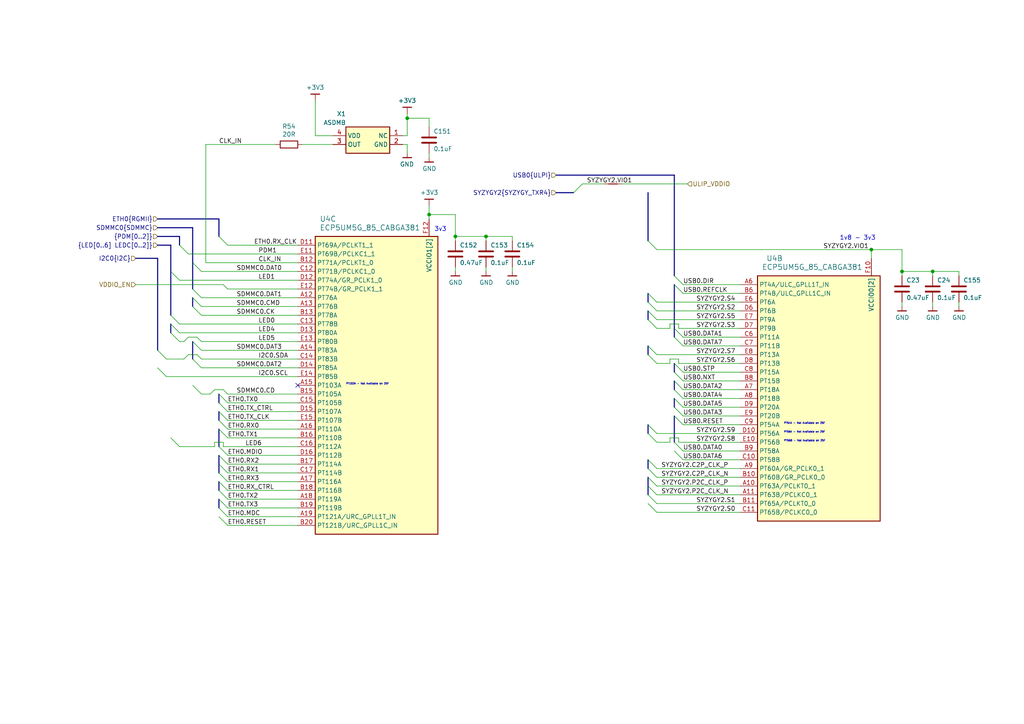
<source format=kicad_sch>
(kicad_sch (version 20200618) (host eeschema "5.99.0-unknown-73168a9~101~ubuntu18.04.1")
  (page 6 18)
  (paper "A4")
  (title_block (title "ButterStick") (date "2020-07-17") (rev "r1.0") (company "GsD") (comment 1 "Functional prototyping board for the Lattice ECP5."))
  (junction (at 118.11 34.29))
  (junction (at 124.46 62.23))
  (junction (at 132.08 68.58))
  (junction (at 140.97 68.58))
  (junction (at 252.73 72.39))
  (junction (at 261.62 78.74))
  (junction (at 270.51 78.74))
  (no_connect (at 86.36 111.76))
  (bus_entry (at 45.72 101.6) (size 2.54 2.54) (stroke (width 0.1524)))
  (bus_entry (at 45.72 106.68) (size 2.54 2.54) (stroke (width 0.1524)))
  (bus_entry (at 49.53 78.74) (size 2.54 2.54) (stroke (width 0.1524)))
  (bus_entry (at 49.53 91.44) (size 2.54 2.54) (stroke (width 0.1524)))
  (bus_entry (at 49.53 93.98) (size 2.54 2.54) (stroke (width 0.1524)))
  (bus_entry (at 49.53 96.52) (size 2.54 2.54) (stroke (width 0.1524)))
  (bus_entry (at 49.53 127) (size 2.54 2.54) (stroke (width 0.1524)))
  (bus_entry (at 52.07 71.12) (size 2.54 2.54) (stroke (width 0.1524)))
  (bus_entry (at 55.88 83.82) (size 2.54 2.54) (stroke (width 0.1524)))
  (bus_entry (at 58.42 78.74) (size -2.54 -2.54) (stroke (width 0.1524)))
  (bus_entry (at 58.42 88.9) (size -2.54 -2.54) (stroke (width 0.1524)))
  (bus_entry (at 58.42 91.44) (size -2.54 -2.54) (stroke (width 0.1524)))
  (bus_entry (at 58.42 101.6) (size -2.54 -2.54) (stroke (width 0.1524)))
  (bus_entry (at 58.42 106.68) (size -2.54 -2.54) (stroke (width 0.1524)))
  (bus_entry (at 58.42 114.3) (size -2.54 -2.54) (stroke (width 0.1524)))
  (bus_entry (at 66.04 71.12) (size -2.54 -2.54) (stroke (width 0.1524)))
  (bus_entry (at 66.04 116.84) (size -2.54 -2.54) (stroke (width 0.1524)))
  (bus_entry (at 66.04 119.38) (size -2.54 -2.54) (stroke (width 0.1524)))
  (bus_entry (at 66.04 121.92) (size -2.54 -2.54) (stroke (width 0.1524)))
  (bus_entry (at 66.04 124.46) (size -2.54 -2.54) (stroke (width 0.1524)))
  (bus_entry (at 66.04 127) (size -2.54 -2.54) (stroke (width 0.1524)))
  (bus_entry (at 66.04 132.08) (size -2.54 -2.54) (stroke (width 0.1524)))
  (bus_entry (at 66.04 134.62) (size -2.54 -2.54) (stroke (width 0.1524)))
  (bus_entry (at 66.04 137.16) (size -2.54 -2.54) (stroke (width 0.1524)))
  (bus_entry (at 66.04 139.7) (size -2.54 -2.54) (stroke (width 0.1524)))
  (bus_entry (at 66.04 142.24) (size -2.54 -2.54) (stroke (width 0.1524)))
  (bus_entry (at 66.04 144.78) (size -2.54 -2.54) (stroke (width 0.1524)))
  (bus_entry (at 66.04 147.32) (size -2.54 -2.54) (stroke (width 0.1524)))
  (bus_entry (at 66.04 149.86) (size -2.54 -2.54) (stroke (width 0.1524)))
  (bus_entry (at 66.04 152.4) (size -2.54 -2.54) (stroke (width 0.1524)))
  (bus_entry (at 168.91 53.34) (size -2.54 2.54) (stroke (width 0.1524)))
  (bus_entry (at 187.96 69.85) (size 2.54 2.54) (stroke (width 0.1524)))
  (bus_entry (at 187.96 85.09) (size 2.54 2.54) (stroke (width 0.1524)))
  (bus_entry (at 187.96 87.63) (size 2.54 2.54) (stroke (width 0.1524)))
  (bus_entry (at 187.96 90.17) (size 2.54 2.54) (stroke (width 0.1524)))
  (bus_entry (at 187.96 92.71) (size 2.54 2.54) (stroke (width 0.1524)))
  (bus_entry (at 187.96 100.33) (size 2.54 2.54) (stroke (width 0.1524)))
  (bus_entry (at 187.96 102.87) (size 2.54 2.54) (stroke (width 0.1524)))
  (bus_entry (at 187.96 123.19) (size 2.54 2.54) (stroke (width 0.1524)))
  (bus_entry (at 187.96 125.73) (size 2.54 2.54) (stroke (width 0.1524)))
  (bus_entry (at 187.96 133.35) (size 2.54 2.54) (stroke (width 0.1524)))
  (bus_entry (at 187.96 135.89) (size 2.54 2.54) (stroke (width 0.1524)))
  (bus_entry (at 187.96 138.43) (size 2.54 2.54) (stroke (width 0.1524)))
  (bus_entry (at 187.96 140.97) (size 2.54 2.54) (stroke (width 0.1524)))
  (bus_entry (at 187.96 143.51) (size 2.54 2.54) (stroke (width 0.1524)))
  (bus_entry (at 187.96 146.05) (size 2.54 2.54) (stroke (width 0.1524)))
  (bus_entry (at 195.58 80.01) (size 2.54 2.54) (stroke (width 0.1524)))
  (bus_entry (at 195.58 82.55) (size 2.54 2.54) (stroke (width 0.1524)))
  (bus_entry (at 195.58 95.25) (size 2.54 2.54) (stroke (width 0.1524)))
  (bus_entry (at 195.58 97.79) (size 2.54 2.54) (stroke (width 0.1524)))
  (bus_entry (at 195.58 105.41) (size 2.54 2.54) (stroke (width 0.1524)))
  (bus_entry (at 195.58 107.95) (size 2.54 2.54) (stroke (width 0.1524)))
  (bus_entry (at 195.58 110.49) (size 2.54 2.54) (stroke (width 0.1524)))
  (bus_entry (at 195.58 113.03) (size 2.54 2.54) (stroke (width 0.1524)))
  (bus_entry (at 195.58 115.57) (size 2.54 2.54) (stroke (width 0.1524)))
  (bus_entry (at 195.58 118.11) (size 2.54 2.54) (stroke (width 0.1524)))
  (bus_entry (at 195.58 120.65) (size 2.54 2.54) (stroke (width 0.1524)))
  (bus_entry (at 195.58 128.27) (size 2.54 2.54) (stroke (width 0.1524)))
  (bus_entry (at 195.58 130.81) (size 2.54 2.54) (stroke (width 0.1524)))
  (wire (pts (xy 39.37 82.55) (xy 64.77 82.55)))
  (wire (pts (xy 48.26 104.14) (xy 53.34 104.14)))
  (wire (pts (xy 48.26 109.22) (xy 86.36 109.22)))
  (wire (pts (xy 52.07 81.28) (xy 86.36 81.28)))
  (wire (pts (xy 52.07 93.98) (xy 86.36 93.98)))
  (wire (pts (xy 52.07 96.52) (xy 86.36 96.52)))
  (wire (pts (xy 52.07 99.06) (xy 53.34 99.06)))
  (wire (pts (xy 52.07 129.54) (xy 62.23 129.54)))
  (wire (pts (xy 54.61 73.66) (xy 86.36 73.66)))
  (wire (pts (xy 54.61 97.79) (xy 53.34 99.06)))
  (wire (pts (xy 54.61 102.87) (xy 53.34 104.14)))
  (wire (pts (xy 57.15 97.79) (xy 54.61 97.79)))
  (wire (pts (xy 57.15 102.87) (xy 54.61 102.87)))
  (wire (pts (xy 58.42 78.74) (xy 86.36 78.74)))
  (wire (pts (xy 58.42 86.36) (xy 86.36 86.36)))
  (wire (pts (xy 58.42 88.9) (xy 86.36 88.9)))
  (wire (pts (xy 58.42 91.44) (xy 86.36 91.44)))
  (wire (pts (xy 58.42 99.06) (xy 57.15 97.79)))
  (wire (pts (xy 58.42 99.06) (xy 86.36 99.06)))
  (wire (pts (xy 58.42 101.6) (xy 86.36 101.6)))
  (wire (pts (xy 58.42 104.14) (xy 57.15 102.87)))
  (wire (pts (xy 58.42 104.14) (xy 86.36 104.14)))
  (wire (pts (xy 58.42 106.68) (xy 86.36 106.68)))
  (wire (pts (xy 58.42 114.3) (xy 60.96 114.3)))
  (wire (pts (xy 59.69 41.91) (xy 59.69 76.2)))
  (wire (pts (xy 59.69 41.91) (xy 80.01 41.91)))
  (wire (pts (xy 59.69 76.2) (xy 86.36 76.2)))
  (wire (pts (xy 62.23 113.03) (xy 60.96 114.3)))
  (wire (pts (xy 62.23 113.03) (xy 64.77 113.03)))
  (wire (pts (xy 62.23 128.27) (xy 62.23 129.54)))
  (wire (pts (xy 64.77 113.03) (xy 66.04 114.3)))
  (wire (pts (xy 64.77 128.27) (xy 62.23 128.27)))
  (wire (pts (xy 64.77 129.54) (xy 64.77 128.27)))
  (wire (pts (xy 64.77 129.54) (xy 86.36 129.54)))
  (wire (pts (xy 66.04 71.12) (xy 86.36 71.12)))
  (wire (pts (xy 66.04 83.82) (xy 64.77 82.55)))
  (wire (pts (xy 66.04 83.82) (xy 86.36 83.82)))
  (wire (pts (xy 66.04 114.3) (xy 86.36 114.3)))
  (wire (pts (xy 66.04 116.84) (xy 86.36 116.84)))
  (wire (pts (xy 66.04 119.38) (xy 86.36 119.38)))
  (wire (pts (xy 66.04 121.92) (xy 86.36 121.92)))
  (wire (pts (xy 66.04 124.46) (xy 86.36 124.46)))
  (wire (pts (xy 66.04 127) (xy 86.36 127)))
  (wire (pts (xy 66.04 132.08) (xy 86.36 132.08)))
  (wire (pts (xy 66.04 134.62) (xy 86.36 134.62)))
  (wire (pts (xy 66.04 137.16) (xy 86.36 137.16)))
  (wire (pts (xy 66.04 139.7) (xy 86.36 139.7)))
  (wire (pts (xy 66.04 142.24) (xy 86.36 142.24)))
  (wire (pts (xy 66.04 144.78) (xy 86.36 144.78)))
  (wire (pts (xy 66.04 147.32) (xy 86.36 147.32)))
  (wire (pts (xy 66.04 149.86) (xy 86.36 149.86)))
  (wire (pts (xy 66.04 152.4) (xy 86.36 152.4)))
  (wire (pts (xy 91.44 39.37) (xy 91.44 29.21)))
  (wire (pts (xy 91.44 39.37) (xy 96.52 39.37)))
  (wire (pts (xy 96.52 41.91) (xy 87.63 41.91)))
  (wire (pts (xy 116.84 39.37) (xy 118.11 39.37)))
  (wire (pts (xy 118.11 34.29) (xy 118.11 33.02)))
  (wire (pts (xy 118.11 34.29) (xy 124.46 34.29)))
  (wire (pts (xy 118.11 39.37) (xy 118.11 34.29)))
  (wire (pts (xy 118.11 41.91) (xy 116.84 41.91)))
  (wire (pts (xy 118.11 44.45) (xy 118.11 41.91)))
  (wire (pts (xy 124.46 34.29) (xy 124.46 36.83)))
  (wire (pts (xy 124.46 45.72) (xy 124.46 44.45)))
  (wire (pts (xy 124.46 59.69) (xy 124.46 62.23)))
  (wire (pts (xy 124.46 62.23) (xy 124.46 63.5)))
  (wire (pts (xy 124.46 62.23) (xy 132.08 62.23)))
  (wire (pts (xy 132.08 62.23) (xy 132.08 68.58)))
  (wire (pts (xy 132.08 68.58) (xy 132.08 69.85)))
  (wire (pts (xy 132.08 68.58) (xy 140.97 68.58)))
  (wire (pts (xy 132.08 77.47) (xy 132.08 78.74)))
  (wire (pts (xy 140.97 68.58) (xy 148.59 68.58)))
  (wire (pts (xy 140.97 69.85) (xy 140.97 68.58)))
  (wire (pts (xy 140.97 78.74) (xy 140.97 77.47)))
  (wire (pts (xy 148.59 69.85) (xy 148.59 68.58)))
  (wire (pts (xy 148.59 78.74) (xy 148.59 77.47)))
  (wire (pts (xy 168.91 53.34) (xy 175.26 53.34)))
  (wire (pts (xy 180.34 53.34) (xy 199.39 53.34)))
  (wire (pts (xy 190.5 72.39) (xy 252.73 72.39)))
  (wire (pts (xy 190.5 87.63) (xy 214.63 87.63)))
  (wire (pts (xy 190.5 90.17) (xy 214.63 90.17)))
  (wire (pts (xy 190.5 92.71) (xy 214.63 92.71)))
  (wire (pts (xy 190.5 95.25) (xy 194.31 95.25)))
  (wire (pts (xy 190.5 102.87) (xy 214.63 102.87)))
  (wire (pts (xy 190.5 105.41) (xy 194.31 105.41)))
  (wire (pts (xy 190.5 125.73) (xy 214.63 125.73)))
  (wire (pts (xy 190.5 128.27) (xy 194.31 128.27)))
  (wire (pts (xy 190.5 135.89) (xy 214.63 135.89)))
  (wire (pts (xy 190.5 138.43) (xy 214.63 138.43)))
  (wire (pts (xy 190.5 140.97) (xy 214.63 140.97)))
  (wire (pts (xy 190.5 143.51) (xy 214.63 143.51)))
  (wire (pts (xy 190.5 146.05) (xy 214.63 146.05)))
  (wire (pts (xy 190.5 148.59) (xy 214.63 148.59)))
  (wire (pts (xy 194.31 93.98) (xy 194.31 95.25)))
  (wire (pts (xy 194.31 104.14) (xy 194.31 105.41)))
  (wire (pts (xy 194.31 127) (xy 194.31 128.27)))
  (wire (pts (xy 196.85 93.98) (xy 194.31 93.98)))
  (wire (pts (xy 196.85 95.25) (xy 196.85 93.98)))
  (wire (pts (xy 196.85 95.25) (xy 214.63 95.25)))
  (wire (pts (xy 196.85 104.14) (xy 194.31 104.14)))
  (wire (pts (xy 196.85 105.41) (xy 196.85 104.14)))
  (wire (pts (xy 196.85 105.41) (xy 214.63 105.41)))
  (wire (pts (xy 196.85 127) (xy 194.31 127)))
  (wire (pts (xy 196.85 128.27) (xy 196.85 127)))
  (wire (pts (xy 196.85 128.27) (xy 214.63 128.27)))
  (wire (pts (xy 198.12 82.55) (xy 214.63 82.55)))
  (wire (pts (xy 198.12 85.09) (xy 214.63 85.09)))
  (wire (pts (xy 198.12 97.79) (xy 214.63 97.79)))
  (wire (pts (xy 198.12 100.33) (xy 214.63 100.33)))
  (wire (pts (xy 198.12 107.95) (xy 214.63 107.95)))
  (wire (pts (xy 198.12 110.49) (xy 214.63 110.49)))
  (wire (pts (xy 198.12 113.03) (xy 214.63 113.03)))
  (wire (pts (xy 198.12 115.57) (xy 214.63 115.57)))
  (wire (pts (xy 198.12 118.11) (xy 214.63 118.11)))
  (wire (pts (xy 198.12 120.65) (xy 214.63 120.65)))
  (wire (pts (xy 198.12 123.19) (xy 214.63 123.19)))
  (wire (pts (xy 198.12 130.81) (xy 214.63 130.81)))
  (wire (pts (xy 198.12 133.35) (xy 214.63 133.35)))
  (wire (pts (xy 252.73 72.39) (xy 252.73 74.93)))
  (wire (pts (xy 252.73 72.39) (xy 261.62 72.39)))
  (wire (pts (xy 261.62 72.39) (xy 261.62 78.74)))
  (wire (pts (xy 261.62 78.74) (xy 261.62 80.01)))
  (wire (pts (xy 261.62 78.74) (xy 270.51 78.74)))
  (wire (pts (xy 261.62 87.63) (xy 261.62 88.9)))
  (wire (pts (xy 270.51 78.74) (xy 278.13 78.74)))
  (wire (pts (xy 270.51 80.01) (xy 270.51 78.74)))
  (wire (pts (xy 270.51 88.9) (xy 270.51 87.63)))
  (wire (pts (xy 278.13 80.01) (xy 278.13 78.74)))
  (wire (pts (xy 278.13 88.9) (xy 278.13 87.63)))
  (bus (pts (xy 39.37 74.93) (xy 45.72 74.93)))
  (bus (pts (xy 45.72 66.04) (xy 55.88 66.04)))
  (bus (pts (xy 45.72 68.58) (xy 52.07 68.58)))
  (bus (pts (xy 45.72 71.12) (xy 49.53 71.12)))
  (bus (pts (xy 45.72 74.93) (xy 45.72 106.68)))
  (bus (pts (xy 49.53 71.12) (xy 49.53 78.74)))
  (bus (pts (xy 49.53 78.74) (xy 49.53 93.98)))
  (bus (pts (xy 49.53 93.98) (xy 49.53 127)))
  (bus (pts (xy 52.07 68.58) (xy 52.07 71.12)))
  (bus (pts (xy 55.88 66.04) (xy 55.88 76.2)))
  (bus (pts (xy 55.88 76.2) (xy 55.88 86.36)))
  (bus (pts (xy 55.88 86.36) (xy 55.88 99.06)))
  (bus (pts (xy 55.88 99.06) (xy 55.88 111.76)))
  (bus (pts (xy 63.5 63.5) (xy 45.72 63.5)))
  (bus (pts (xy 63.5 63.5) (xy 63.5 114.3)))
  (bus (pts (xy 63.5 114.3) (xy 63.5 119.38)))
  (bus (pts (xy 63.5 119.38) (xy 63.5 124.46)))
  (bus (pts (xy 63.5 124.46) (xy 63.5 132.08)))
  (bus (pts (xy 63.5 132.08) (xy 63.5 134.62)))
  (bus (pts (xy 63.5 134.62) (xy 63.5 139.7)))
  (bus (pts (xy 63.5 139.7) (xy 63.5 144.78)))
  (bus (pts (xy 63.5 144.78) (xy 63.5 149.86)))
  (bus (pts (xy 161.29 50.8) (xy 195.58 50.8)))
  (bus (pts (xy 161.29 55.88) (xy 187.96 55.88)))
  (bus (pts (xy 187.96 55.88) (xy 187.96 85.09)))
  (bus (pts (xy 187.96 85.09) (xy 187.96 90.17)))
  (bus (pts (xy 187.96 90.17) (xy 187.96 100.33)))
  (bus (pts (xy 187.96 100.33) (xy 187.96 123.19)))
  (bus (pts (xy 187.96 123.19) (xy 187.96 133.35)))
  (bus (pts (xy 187.96 133.35) (xy 187.96 138.43)))
  (bus (pts (xy 187.96 138.43) (xy 187.96 140.97)))
  (bus (pts (xy 187.96 140.97) (xy 187.96 146.05)))
  (bus (pts (xy 195.58 50.8) (xy 195.58 82.55)))
  (bus (pts (xy 195.58 82.55) (xy 195.58 95.25)))
  (bus (pts (xy 195.58 95.25) (xy 195.58 105.41)))
  (bus (pts (xy 195.58 105.41) (xy 195.58 110.49)))
  (bus (pts (xy 195.58 110.49) (xy 195.58 115.57)))
  (bus (pts (xy 195.58 115.57) (xy 195.58 120.65)))
  (bus (pts (xy 195.58 120.65) (xy 195.58 130.81)))
  (text "PT103A - Not Available on 25F" (at 100.33 111.76 0) (effects (font (size 0.508 0.508)) (justify left bottom)))
  (text "3v3" (at 129.54 67.31 180) (effects (font (size 1.27 1.27)) (justify right bottom)))
  (text "PT54A - Not Available on 25F" (at 227.33 123.19 0) (effects (font (size 0.508 0.508)) (justify left bottom)))
  (text "PT56A - Not Available on 25F" (at 227.33 125.73 0) (effects (font (size 0.508 0.508)) (justify left bottom)))
  (text "PT56B - Not Available on 25F" (at 227.33 128.27 0) (effects (font (size 0.508 0.508)) (justify left bottom)))
  (text "1v8 - 3v3" (at 254 69.85 180) (effects (font (size 1.27 1.27)) (justify right bottom)))
  (label "CLK_IN" (at 63.5 41.91 0))
  (label "ETH0.TX0" (at 66.04 116.84 0))
  (label "ETH0.TX_CTRL" (at 66.04 119.38 0))
  (label "ETH0.TX_CLK" (at 66.04 121.92 0))
  (label "ETH0.RX0" (at 66.04 124.46 0))
  (label "ETH0.TX1" (at 66.04 127 0))
  (label "ETH0.MDIO" (at 66.04 132.08 0))
  (label "ETH0.RX2" (at 66.04 134.62 0))
  (label "ETH0.RX1" (at 66.04 137.16 0))
  (label "ETH0.RX3" (at 66.04 139.7 0))
  (label "ETH0.RX_CTRL" (at 66.04 142.24 0))
  (label "ETH0.TX2" (at 66.04 144.78 0))
  (label "ETH0.TX3" (at 66.04 147.32 0))
  (label "ETH0.MDC" (at 66.04 149.86 0))
  (label "ETH0.RESET" (at 66.04 152.4 0))
  (label "SDMMC0.DAT0" (at 68.58 78.74 0))
  (label "SDMMC0.DAT1" (at 68.58 86.36 0))
  (label "SDMMC0.CMD" (at 68.58 88.9 0))
  (label "SDMMC0.CK" (at 68.58 91.44 0))
  (label "SDMMC0.DAT3" (at 68.58 101.6 0))
  (label "SDMMC0.DAT2" (at 68.58 106.68 0))
  (label "SDMMC0.CD" (at 68.58 114.3 0))
  (label "LED6" (at 71.12 129.54 0))
  (label "ETH0.RX_CLK" (at 73.66 71.12 0))
  (label "PDM1" (at 74.93 73.66 0))
  (label "CLK_IN" (at 74.93 76.2 0))
  (label "LED1" (at 74.93 81.28 0))
  (label "LED0" (at 74.93 93.98 0))
  (label "LED4" (at 74.93 96.52 0))
  (label "LED5" (at 74.93 99.06 0))
  (label "I2C0.SDA" (at 74.93 104.14 0))
  (label "I2C0.SCL" (at 74.93 109.22 0))
  (label "SYZYGY2.VIO1" (at 170.18 53.34 0))
  (label "SYZYGY2.C2P_CLK_P" (at 191.77 135.89 0))
  (label "SYZYGY2.C2P_CLK_N" (at 191.77 138.43 0))
  (label "SYZYGY2.P2C_CLK_P" (at 191.77 140.97 0))
  (label "SYZYGY2.P2C_CLK_N" (at 191.77 143.51 0))
  (label "USB0.DIR" (at 198.12 82.55 0))
  (label "USB0.REFCLK" (at 198.12 85.09 0))
  (label "USB0.DATA1" (at 198.12 97.79 0))
  (label "USB0.DATA7" (at 198.12 100.33 0))
  (label "USB0.STP" (at 198.12 107.95 0))
  (label "USB0.NXT" (at 198.12 110.49 0))
  (label "USB0.DATA2" (at 198.12 113.03 0))
  (label "USB0.DATA4" (at 198.12 115.57 0))
  (label "USB0.DATA5" (at 198.12 118.11 0))
  (label "USB0.DATA3" (at 198.12 120.65 0))
  (label "USB0.RESET" (at 198.12 123.19 0))
  (label "USB0.DATA0" (at 198.12 130.81 0))
  (label "USB0.DATA6" (at 198.12 133.35 0))
  (label "SYZYGY2.S4" (at 201.93 87.63 0))
  (label "SYZYGY2.S2" (at 201.93 90.17 0))
  (label "SYZYGY2.S5" (at 201.93 92.71 0))
  (label "SYZYGY2.S3" (at 201.93 95.25 0))
  (label "SYZYGY2.S7" (at 201.93 102.87 0))
  (label "SYZYGY2.S6" (at 201.93 105.41 0))
  (label "SYZYGY2.S9" (at 201.93 125.73 0))
  (label "SYZYGY2.S8" (at 201.93 128.27 0))
  (label "SYZYGY2.S1" (at 201.93 146.05 0))
  (label "SYZYGY2.S0" (at 201.93 148.59 0))
  (label "SYZYGY2.VIO1" (at 238.76 72.39 0))
  (hierarchical_label "I2C0{I2C}" (shape input) (at 39.37 74.93 180))
  (hierarchical_label "VDDIO_EN" (shape input) (at 39.37 82.55 180))
  (hierarchical_label "ETH0{RGMII}" (shape input) (at 45.72 63.5 180))
  (hierarchical_label "SDMMC0{SDMMC}" (shape input) (at 45.72 66.04 180))
  (hierarchical_label "{PDM[0..2]}" (shape input) (at 45.72 68.58 180))
  (hierarchical_label "{LED[0..6] LEDC[0..2]}" (shape input) (at 45.72 71.12 180))
  (hierarchical_label "USB0{ULPI}" (shape input) (at 161.29 50.8 180))
  (hierarchical_label "SYZYGY2{SYZYGY_TXR4}" (shape input) (at 161.29 55.88 180))
  (hierarchical_label "ULIP_VDDIO" (shape input) (at 199.39 53.34 0))
  (symbol (lib_id "Device:Net-Tie_2") (at 177.8 53.34 0) (unit 1) (in_bom no)
    (property "Reference" "NT1" (effects hide))
    (property "Value" "Net-Tie_2" (effects hide))
    (property "Footprint" "NetTie:NetTie-2_SMD_Pad0.5mm" (effects hide))
    (property "PN" "DNP" (effects hide))
  )
  (symbol (lib_id "gkl_power:GND") (at 118.11 44.45 0) (mirror y) (unit 1)
    (property "Reference" "#PWR088" (effects hide))
    (property "Value" "GND" (at 118.0338 47.6504 0))
  )
  (symbol (lib_id "gkl_power:GND") (at 124.46 45.72 0) (unit 1)
    (property "Reference" "#PWR0244" (effects hide))
    (property "Value" "GND" (at 124.5362 48.9204 0))
  )
  (symbol (lib_id "gkl_power:GND") (at 132.08 78.74 0) (unit 1)
    (property "Reference" "#PWR0247" (effects hide))
    (property "Value" "GND" (at 132.1562 81.9404 0))
  )
  (symbol (lib_id "gkl_power:GND") (at 140.97 78.74 0) (unit 1)
    (property "Reference" "#PWR0243" (effects hide))
    (property "Value" "GND" (at 141.0462 81.9404 0))
  )
  (symbol (lib_id "gkl_power:GND") (at 148.59 78.74 0) (unit 1)
    (property "Reference" "#PWR0245" (effects hide))
    (property "Value" "GND" (at 148.6662 81.9404 0))
  )
  (symbol (lib_id "gkl_power:GND") (at 261.62 88.9 0) (unit 1)
    (property "Reference" "#PWR082" (effects hide))
    (property "Value" "GND" (at 261.6962 92.1004 0))
  )
  (symbol (lib_id "gkl_power:GND") (at 270.51 88.9 0) (unit 1)
    (property "Reference" "#PWR084" (effects hide))
    (property "Value" "GND" (at 270.5862 92.1004 0))
  )
  (symbol (lib_id "gkl_power:GND") (at 278.13 88.9 0) (unit 1)
    (property "Reference" "#PWR0246" (effects hide))
    (property "Value" "GND" (at 278.2062 92.1004 0))
  )
  (symbol (lib_id "gkl_power:+3V3") (at 91.44 29.21 0) (mirror y) (unit 1)
    (property "Reference" "#PWR0214" (effects hide))
    (property "Value" "+3V3" (at 91.4019 25.3682 0))
  )
  (symbol (lib_id "gkl_power:+3V3") (at 118.11 33.02 0) (mirror y) (unit 1)
    (property "Reference" "#PWR0215" (effects hide))
    (property "Value" "+3V3" (at 118.0719 29.1782 0))
  )
  (symbol (lib_id "gkl_power:+3V3") (at 124.46 59.69 0) (unit 1)
    (property "Reference" "#PWR062" (effects hide))
    (property "Value" "+3V3" (at 124.4981 55.8482 0))
  )
  (symbol (lib_id "Device:R") (at 83.82 41.91 270) (mirror x) (unit 1)
    (property "Reference" "R54" (at 83.82 36.6522 90))
    (property "Value" "20R" (at 83.82 38.9636 90))
    (property "Footprint" "Resistor_SMD:R_0402_1005Metric" (effects hide))
    (property "Mfg" "Yageo" (effects hide))
    (property "PN" "RC0402FR-0720RL" (effects hide))
  )
  (symbol (lib_id "Device:C") (at 124.46 40.64 0) (unit 1)
    (property "Reference" "C151" (at 125.73 38.1 0) (effects (justify left)))
    (property "Value" "0.1uF" (at 125.73 43.18 0) (effects (justify left)))
    (property "Footprint" "Capacitor_SMD:C_0402_1005Metric" (effects hide))
    (property "PN" "CC0402KRX5R6BB104" (effects hide))
    (property "Mfg" "Yageo" (effects hide))
    (property "Tol" "10V / X5R" (effects hide))
  )
  (symbol (lib_id "Device:C") (at 132.08 73.66 0) (unit 1)
    (property "Reference" "C152" (at 133.35 71.12 0) (effects (justify left)))
    (property "Value" "0.47uF" (at 133.35 76.2 0) (effects (justify left)))
    (property "Footprint" "Capacitor_SMD:C_0402_1005Metric" (effects hide))
    (property "PN" "CC0402KRX5R5BB474" (effects hide))
    (property "Mfg" "Yageo" (effects hide))
  )
  (symbol (lib_id "Device:C") (at 140.97 73.66 0) (unit 1)
    (property "Reference" "C153" (at 142.24 71.12 0) (effects (justify left)))
    (property "Value" "0.1uF" (at 142.24 76.2 0) (effects (justify left)))
    (property "Footprint" "Capacitor_SMD:C_0402_1005Metric" (effects hide))
    (property "PN" "CC0402KRX5R6BB104" (effects hide))
    (property "Mfg" "Yageo" (effects hide))
    (property "Tol" "10V / X5R" (effects hide))
  )
  (symbol (lib_id "Device:C") (at 148.59 73.66 0) (unit 1)
    (property "Reference" "C154" (at 149.86 71.12 0) (effects (justify left)))
    (property "Value" "0.1uF" (at 149.86 76.2 0) (effects (justify left)))
    (property "Footprint" "Capacitor_SMD:C_0402_1005Metric" (effects hide))
    (property "PN" "CC0402KRX5R6BB104" (effects hide))
    (property "Mfg" "Yageo" (effects hide))
    (property "Tol" "10V / X5R" (effects hide))
  )
  (symbol (lib_id "Device:C") (at 261.62 83.82 0) (unit 1)
    (property "Reference" "C23" (at 262.89 81.28 0) (effects (justify left)))
    (property "Value" "0.47uF" (at 262.89 86.36 0) (effects (justify left)))
    (property "Footprint" "Capacitor_SMD:C_0402_1005Metric" (effects hide))
    (property "PN" "CC0402KRX5R5BB474" (effects hide))
    (property "Mfg" "Yageo" (effects hide))
  )
  (symbol (lib_id "Device:C") (at 270.51 83.82 0) (unit 1)
    (property "Reference" "C24" (at 271.78 81.28 0) (effects (justify left)))
    (property "Value" "0.1uF" (at 271.78 86.36 0) (effects (justify left)))
    (property "Footprint" "Capacitor_SMD:C_0402_1005Metric" (effects hide))
    (property "PN" "CC0402KRX5R6BB104" (effects hide))
    (property "Mfg" "Yageo" (effects hide))
    (property "Tol" "10V / X5R" (effects hide))
  )
  (symbol (lib_id "Device:C") (at 278.13 83.82 0) (unit 1)
    (property "Reference" "C155" (at 279.4 81.28 0) (effects (justify left)))
    (property "Value" "0.1uF" (at 279.4 86.36 0) (effects (justify left)))
    (property "Footprint" "Capacitor_SMD:C_0402_1005Metric" (effects hide))
    (property "PN" "CC0402KRX5R6BB104" (effects hide))
    (property "Mfg" "Yageo" (effects hide))
    (property "Tol" "10V / X5R" (effects hide))
  )
  (symbol (lib_id "gkl_time:TYETBCSANF-32.000000") (at 106.68 40.64 0) (mirror y) (unit 1)
    (property "Reference" "X1" (at 100.33 33.02 0) (effects (justify left)))
    (property "Value" "ASDMB" (at 100.33 35.56 0) (effects (justify left)))
    (property "Footprint" "gkl_time:Oscilator_2.5x2.0" (effects hide))
    (property "Datasheet" "http://www.abracon.com/Oscillators/ASV.pdf" (effects hide))
    (property "PN" "ECS-2520SMV-300-FN-TR" (effects hide))
    (property "Mfg" "ECS Inc." (effects hide))
  )
  (symbol (lib_id "gkl_lattice:ECP5UM5G_85_CABGA381") (at 214.63 82.55 0) (unit 2)
    (property "Reference" "U4" (at 222.25 74.93 0) (effects (font (size 1.524 1.524)) (justify left)))
    (property "Value" "ECP5UM5G_85_CABGA381" (at 220.98 77.47 0) (effects (font (size 1.524 1.524)) (justify left)))
    (property "Footprint" "gkl_housings_bga:caBGA_381_17x17" (effects hide))
    (property "Mfg" "Lattice Semiconductor Corporation" (effects hide))
    (property "PN" "LFE5UM5G-85F-8BG381C" (effects hide))
  )
  (symbol (lib_id "gkl_lattice:ECP5UM5G_85_CABGA381") (at 86.36 71.12 0) (unit 3)
    (property "Reference" "U4" (at 92.71 63.5 0) (effects (font (size 1.524 1.524)) (justify left)))
    (property "Value" "ECP5UM5G_85_CABGA381" (at 92.71 66.04 0) (effects (font (size 1.524 1.524)) (justify left)))
    (property "Footprint" "gkl_housings_bga:caBGA_381_17x17" (effects hide))
    (property "Mfg" "Lattice Semiconductor Corporation" (effects hide))
    (property "PN" "LFE5UM5G-85F-8BG381C" (effects hide))
  )
)
</source>
